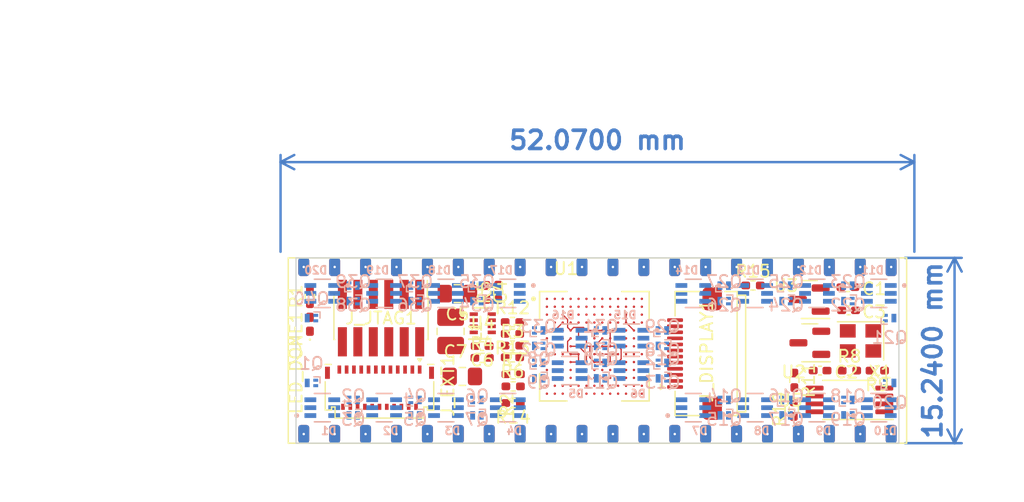
<source format=kicad_pcb>
(kicad_pcb (version 20211014) (generator pcbnew)
  (layers (0 "F.Cu" signal) (1 "In1.Cu" signal) (2 "In2.Cu" signal) (31 "B.Cu" signal) (34 "B.Paste" user) (35 "F.Paste" user) (36 "B.SilkS" user "B.Silkscreen") (37 "F.SilkS" user "F.Silkscreen") (38 "B.Mask" user) (39 "F.Mask" user) (44 "Edge.Cuts" user))
  (net 0 "")
  (net 1 "GND")
  (net 2 "/PIN1")
  (net 3 "LINE")
  (net 4 "/PIN2")
  (net 5 "+5V")
  (net 6 "/PIN3")
  (net 7 "/PIN4")
  (net 8 "/PIN5")
  (net 9 "/PIN6")
  (net 10 "/PIN7")
  (net 11 "/PIN8")
  (net 12 "/PIN9")
  (net 13 "/PIN10")
  (net 14 "/PIN11")
  (net 15 "/PIN12")
  (net 16 "/PIN13")
  (net 17 "/PIN14")
  (net 18 "/PIN15")
  (net 19 "/PIN16")
  (net 20 "/PIN17")
  (net 21 "/PIN18")
  (net 22 "/PIN19")
  (net 23 "/PIN20")
  (net 24 "/PIN21")
  (net 25 "/PIN22")
  (net 26 "/PIN23")
  (net 27 "/PIN24")
  (net 28 "/PIN25")
  (net 29 "/PIN26")
  (net 30 "/PIN27")
  (net 31 "/PIN28")
  (net 32 "/PIN29")
  (net 33 "/PIN30")
  (net 34 "/PIN31")
  (net 35 "/PIN32")
  (net 36 "/PIN33")
  (net 37 "/PIN34")
  (net 38 "/PIN35")
  (net 39 "/PIN36")
  (net 40 "/PIN37")
  (net 41 "/PIN38")
  (net 42 "/PIN39")
  (net 43 "/PIN40")
  (net 44 "/JTAG_SEL_N")
  (net 45 "+3V3")
  (net 46 "+1V2")
  (net 47 "/SER_RXD")
  (net 48 "/SER_TXD")
  (net 49 "/JTAG_TMS")
  (net 50 "/JTAG_TCK")
  (net 51 "/JTAG_TDO")
  (net 52 "/JTAG_RST")
  (net 53 "/JTAG_TDI")
  (net 54 "/LCD_D_nC")
  (net 55 "/LCD_RST_N")
  (net 56 "/LCD_CS_N")
  (net 57 "/PIN1_F")
  (net 58 "/PIN2_F")
  (net 59 "/PIN3_F")
  (net 60 "/PIN4_F")
  (net 61 "/PIN5_F")
  (net 62 "/PIN6_F")
  (net 63 "/PIN7_F")
  (net 64 "/PIN8_F")
  (net 65 "/PIN9_F")
  (net 66 "/PIN10_F")
  (net 67 "/PIN11_F")
  (net 68 "/PIN12_F")
  (net 69 "/PIN13_F")
  (net 70 "/PIN14_F")
  (net 71 "/PIN15_F")
  (net 72 "/PIN16_F")
  (net 73 "/PIN17_F")
  (net 74 "/PIN18_F")
  (net 75 "/PIN19_F")
  (net 76 "/PIN21_F")
  (net 77 "/PIN22_F")
  (net 78 "/PIN23_F")
  (net 79 "/PIN24_F")
  (net 80 "/PIN25_F")
  (net 81 "/PIN26_F")
  (net 82 "/PIN27_F")
  (net 83 "/PIN28_F")
  (net 84 "/PIN29_F")
  (net 85 "/PIN30_F")
  (net 86 "/PIN31_F")
  (net 87 "/PIN32_F")
  (net 88 "/PIN33_F")
  (net 89 "/PIN34_F")
  (net 90 "/PIN35_F")
  (net 91 "/PIN36_F")
  (net 92 "/PIN37_F")
  (net 93 "/PIN38_F")
  (net 94 "/PIN39_F")
  (net 95 "/PIN40_F")
  (net 96 "/PIN20_F")
  (net 98 "/IO1A")
  (net 99 "/IO1B")
  (net 100 "/IO2A")
  (net 101 "/IO2B")
  (net 102 "/IO3A")
  (net 103 "/IO3B")
  (net 104 "/IO4A")
  (net 105 "/IO4B")
  (net 106 "/IO5A")
  (net 107 "/IO5B")
  (net 108 "/IO6A")
  (net 109 "/IO6B")
  (net 110 "/SPI_MOSI")
  (net 111 "/SPI_CLK")
  (net 112 "/CLK1")
  (net 113 "/FLASH_IO3")
  (net 114 "/FLASH_IO2")
  (net 115 "/FLASH_CS_N")
  (net 116 "Net-(LED_DONE1-Pad2)")
  (net 117 "/FLASH_MISO_IO1")
  (net 118 "Net-(C6-Pad1)")
  (net 119 "Net-(C6-Pad2)")
  (net 120 "Net-(R4-Pad2)")
  (net 165 "Net-(U1-PadC2)")
  (net 166 "Net-(U1-PadL2)")
  (net 167 "Net-(U1-PadD2)")
  (net 168 "Net-(U1-PadN4)")
  (net 169 "Net-(U1-PadG13)")
  (net 170 "/IO7A")
  (net 171 "/IO7B")
  (net 172 "/CRESET_N")
  (footprint "Capacitor_SMD:C_0402_1005Metric_Pad0.74x0.62mm_HandSolder" (layer "F.Cu") (at 169.799 90.043)
    (fp_text reference "C1")
    (fp_text value "0.1u")
  )
  (footprint "LED_SMD:LED_0402_1005Metric_Pad0.77x0.64mm_HandSolder" (layer "F.Cu") (at 125.603 93.091 90)
    (fp_text reference "LED_DONE1")
    (fp_text value "LED")
  )
  (footprint "Resistor_SMD:R_0402_1005Metric_Pad0.72x0.64mm_HandSolder" (layer "F.Cu") (at 165.4 97.7 -90)
    (fp_text reference "R11")
    (fp_text value "1k")
  )
  (footprint "Inductor_SMD:L_1008_2520Metric_Pad1.43x2.20mm_HandSolder" (layer "F.Cu") (at 137.16 93.6752 -90)
    (fp_text reference "L1")
    (fp_text value "2.2uH")
  )
  (footprint "Resistor_SMD:R_0402_1005Metric_Pad0.72x0.64mm_HandSolder" (layer "F.Cu") (at 142.24 94.8436)
    (fp_text reference "R3")
    (fp_text value "10k")
  )
  (footprint "Connector_PinHeader_1.27mm:PinHeader_2x06_P1.27mm_Vertical_SMD" (layer "F.Cu") (at 131.445 92.583 -90)
    (fp_text reference "J_JTAG1")
    (fp_text value "Conn_02x06_Odd_Even")
  )
  (footprint "Capacitor_SMD:C_0402_1005Metric_Pad0.74x0.62mm_HandSolder" (layer "F.Cu") (at 140.1064 90.4689 -90)
    (fp_text reference "C4")
    (fp_text value "0.1u")
  )
  (footprint "Capacitor_SMD:C_0402_1005Metric_Pad0.74x0.62mm_HandSolder" (layer "F.Cu") (at 167.513 96.901 180)
    (fp_text reference "C2")
    (fp_text value "0.1u")
  )
  (footprint "Capacitor_SMD:C_0805_2012Metric_Pad1.18x1.45mm_HandSolder" (layer "F.Cu") (at 138.1252 97.3836)
    (fp_text reference "C7")
    (fp_text value "22u")
  )
  (footprint "Resistor_SMD:R_0402_1005Metric_Pad0.72x0.64mm_HandSolder" (layer "F.Cu") (at 142.3 98.2)
    (fp_text reference "R2")
    (fp_text value "10k")
  )
  (footprint "Resistor_SMD:R_0402_1005Metric_Pad0.72x0.64mm_HandSolder" (layer "F.Cu") (at 142.24 93.8784 180)
    (fp_text reference "R13")
    (fp_text value "10k")
  )
  (footprint "UNIC:Oscillator_SMD_Abracon_ASE-4Pin_3.2x2.5mm" (layer "F.Cu") (at 170.839 94.46 180)
    (fp_text reference "X1")
    (fp_text value "ASE-xxxMHz")
  )
  (footprint "UNIC:CFAL12832C-0091B-W_A" (layer "F.Cu") (at 151.003 93.246)
    (fp_text reference "DISPLAY1" hide)
    (fp_text value "Housing")
  )
  (footprint "Resistor_SMD:R_0402_1005Metric_Pad0.72x0.64mm_HandSolder" (layer "F.Cu") (at 169.926 96.901)
    (fp_text reference "R8")
    (fp_text value "10k")
  )
  (footprint "Resistor_SMD:R_0402_1005Metric_Pad0.72x0.64mm_HandSolder" (layer "F.Cu") (at 141.0716 90.4689 90)
    (fp_text reference "R5")
    (fp_text value "10k")
  )
  (footprint "UNIC:SOT-583" (layer "F.Cu") (at 139.8016 93.0089)
    (fp_text reference "U4")
    (fp_text value "TPS563211DRLR")
  )
  (footprint "Capacitor_SMD:C_0402_1005Metric_Pad0.74x0.62mm_HandSolder" (layer "F.Cu") (at 169.8585 91.948)
    (fp_text reference "C3")
    (fp_text value "0.1u")
  )
  (footprint "Resistor_SMD:R_0402_1005Metric_Pad0.72x0.64mm_HandSolder" (layer "F.Cu") (at 142.3 97.2)
    (fp_text reference "R7")
    (fp_text value "10k")
  )
  (footprint "UNIC:DIP-40_pin_header" (layer "F.Cu") (at 149.225 95.25 90)
    (fp_text reference "SOCKET1" hide)
    (fp_text value "Conn_02x20_Counter_Clockwise")
  )
  (footprint "Resistor_SMD:R_0402_1005Metric_Pad0.72x0.64mm_HandSolder" (layer "F.Cu") (at 162.0025 89.9)
    (fp_text reference "R15")
    (fp_text value "10k")
  )
  (footprint "Package_TO_SOT_SMD:SOT-23" (layer "F.Cu") (at 166.6725 94.615 180)
    (fp_text reference "U2")
    (fp_text value "LM3480-3.3")
  )
  (footprint "Package_TO_SOT_SMD:SOT-23" (layer "F.Cu") (at 166.624 91.059 180)
    (fp_text reference "U3")
    (fp_text value "LM3480-5.0")
  )
  (footprint "Resistor_SMD:R_0402_1005Metric_Pad0.72x0.64mm_HandSolder" (layer "F.Cu") (at 142.24 92.9132)
    (fp_text reference "R12")
    (fp_text value "NDP")
  )
  (footprint "Capacitor_SMD:C_0402_1005Metric_Pad0.74x0.62mm_HandSolder" (layer "F.Cu") (at 139.7508 94.8885 180)
    (fp_text reference "C6")
    (fp_text value "0.1u")
  )
  (footprint "Resistor_SMD:R_0402_1005Metric_Pad0.72x0.64mm_HandSolder" (layer "F.Cu") (at 142.2908 99.568 180)
    (fp_text reference "R14")
    (fp_text value "12k 1%")
  )
  (footprint "Resistor_SMD:R_0402_1005Metric_Pad0.72x0.64mm_HandSolder" (layer "F.Cu") (at 165.354 100.076 90)
    (fp_text reference "R10")
    (fp_text value "10k")
  )
  (footprint "UNIC:CFAL12832C-0091B-W_A" (layer "F.Cu") (at 150.3 78.7)
    (fp_text reference "DISPLAY1" hide)
    (fp_text value "Housing")
  )
  (footprint "Capacitor_SMD:C_0805_2012Metric_Pad1.18x1.45mm_HandSolder" (layer "F.Cu") (at 137.7188 90.5705 180)
    (fp_text reference "C5")
    (fp_text value "22u")
  )
  (footprint "UNIC:BGA169C65P13X13_900X900X100" (layer "F.Cu") (at 148.971 94.9)
    (fp_text reference "U1")
    (fp_text value "T13F169C3")
  )
  (footprint "Resistor_SMD:R_0402_1005Metric_Pad0.72x0.64mm_HandSolder" (layer "F.Cu") (at 125.603 90.805 -90)
    (fp_text reference "R1")
    (fp_text value "220")
  )
  (footprint "Resistor_SMD:R_0402_1005Metric_Pad0.72x0.64mm_HandSolder" (layer "F.Cu") (at 139.7508 95.8537)
    (fp_text reference "R4")
    (fp_text value "10k")
  )
  (footprint "Package_SO:TSSOP-8_4.4x3mm_P0.65mm" (layer "F.Cu") (at 169.926 99.314 180)
    (fp_text reference "U5")
    (fp_text value "AT25SF081-XMHF-X")
  )
  (footprint "UNIC:CF31121D0R0-05-NH" (layer "F.Cu") (at 155.6 95.5 90)
    (fp_text reference "J_DISPLAY1")
    (fp_text value "Conn_01x12_MountingPin")
  )
  (footprint "UNIC:Molex_502598-2393_2Rows-23Pins-1MP_P0.60mm_Horizontal" (layer "F.Cu") (at 131.318 98.215566 -90)
    (fp_text reference "J_EXT1")
    (fp_text value "Conn_01x23_MountingPin")
  )
  (footprint "Resistor_SMD:R_0402_1005Metric_Pad0.72x0.64mm_HandSolder" (layer "F.Cu") (at 172.212 96.901 180)
    (fp_text reference "R9")
    (fp_text value "10k")
  )
  (footprint "Resistor_SMD:R_0402_1005Metric_Pad0.72x0.64mm_HandSolder" (layer "F.Cu") (at 142.24 95.8088 180)
    (fp_text reference "R6")
    (fp_text value "10k")
  )
  (footprint "Package_DFN_QFN:Diodes_DFN1006-3" (layer "B.Cu") (at 159.639 91.186 180)
    (fp_text reference "Q27")
    (fp_text value "2N7002")
  )
  (footprint "Package_DFN_QFN:Diodes_DFN1006-3" (layer "B.Cu") (at 139.319 100.584 180)
    (fp_text reference "Q6")
    (fp_text value "2N7002")
  )
  (footprint "UNIC:SOT65P210X110-6N" (layer "B.Cu") (at 172.339 99.949)
    (fp_text reference "D10")
    (fp_text value "BAT54SDW-7-F")
  )
  (footprint "UNIC:SOT65P210X110-6N" (layer "B.Cu") (at 136.779 99.949)
    (fp_text reference "D3")
    (fp_text value "BAT54SDW-7-F")
  )
  (footprint "UNIC:SOT65P210X110-6N" (layer "B.Cu") (at 162.179 90.551 180)
    (fp_text reference "D13")
    (fp_text value "BAT54SDW-7-F")
  )
  (footprint "Package_DFN_QFN:Diodes_DFN1006-3" (layer "B.Cu") (at 129.159 91.186 180)
    (fp_text reference "Q39")
    (fp_text value "2N7002")
  )
  (footprint "Package_DFN_QFN:Diodes_DFN1006-3" (layer "B.Cu") (at 129.159 99.314)
    (fp_text reference "Q3")
    (fp_text value "2N7002")
  )
  (footprint "Package_DFN_QFN:Diodes_DFN1006-3" (layer "B.Cu") (at 139.319 91.186 180)
    (fp_text reference "Q35")
    (fp_text value "2N7002")
  )
  (footprint "Package_DFN_QFN:Diodes_DFN1006-3" (layer "B.Cu") (at 164.719 100.584 180)
    (fp_text reference "Q16")
    (fp_text value "2N7002")
  )
  (footprint "Package_DFN_QFN:Diodes_DFN1006-3" (layer "B.Cu") (at 139.319 89.916)
    (fp_text reference "Q34")
    (fp_text value "2N7002")
  )
  (footprint "Package_DFN_QFN:Diodes_DFN1006-3" (layer "B.Cu") (at 154.559 97.536 180)
    (fp_text reference "Q12")
    (fp_text value "2N7002")
  )
  (footprint "Package_DFN_QFN:Diodes_DFN1006-3" (layer "B.Cu") (at 159.639 100.584 180)
    (fp_text reference "Q14")
    (fp_text value "2N7002")
  )
  (footprint "Package_DFN_QFN:Diodes_DFN1006-3" (layer "B.Cu") (at 173.228 92.583)
    (fp_text reference "Q21")
    (fp_text value "2N7002")
  )
  (footprint "UNIC:SOT65P210X110-6N" (layer "B.Cu") (at 146.939 94.234 180)
    (fp_text reference "D16")
    (fp_text value "BAT54SDW-7-F")
  )
  (footprint "UNIC:SOT65P210X110-6N" (layer "B.Cu") (at 131.699 90.551 180)
    (fp_text reference "D19")
    (fp_text value "BAT54SDW-7-F")
  )
  (footprint "Package_DFN_QFN:Diodes_DFN1006-3" (layer "B.Cu") (at 169.799 100.584 180)
    (fp_text reference "Q18")
    (fp_text value "2N7002")
  )
  (footprint "Package_DFN_QFN:Diodes_DFN1006-3" (layer "B.Cu") (at 134.239 100.584 180)
    (fp_text reference "Q4")
    (fp_text value "2N7002")
  )
  (footprint "Package_DFN_QFN:Diodes_DFN1006-3" (layer "B.Cu") (at 129.159 89.916)
    (fp_text reference "Q38")
    (fp_text value "2N7002")
  )
  (footprint "Package_DFN_QFN:Diodes_DFN1006-3" (layer "B.Cu") (at 159.639 99.314)
    (fp_text reference "Q15")
    (fp_text value "2N7002")
  )
  (footprint "Package_DFN_QFN:Diodes_DFN1006-3" (layer "B.Cu") (at 144.399 93.599)
    (fp_text reference "Q32")
    (fp_text value "2N7002")
  )
  (footprint "Package_DFN_QFN:Diodes_DFN1006-3" (layer "B.Cu") (at 139.319 99.314)
    (fp_text reference "Q7")
    (fp_text value "2N7002")
  )
  (footprint "Package_DFN_QFN:Diodes_DFN1006-3" (layer "B.Cu") (at 134.239 89.916)
    (fp_text reference "Q36")
    (fp_text value "2N7002")
  )
  (footprint "UNIC:SOT65P210X110-6N" (layer "B.Cu") (at 146.939 96.901)
    (fp_text reference "D5")
    (fp_text value "BAT54SDW-7-F")
  )
  (footprint "Package_DFN_QFN:Diodes_DFN1006-3" (layer "B.Cu") (at 125.73 92.583 180)
    (fp_text reference "Q40")
    (fp_text value "2N7002")
  )
  (footprint "Package_DFN_QFN:Diodes_DFN1006-3" (layer "B.Cu") (at 125.73 97.917 180)
    (fp_text reference "Q1")
    (fp_text value "2N7002")
  )
  (footprint "UNIC:SOT65P210X110-6N" (layer "B.Cu") (at 157.099 99.949)
    (fp_text reference "D7")
    (fp_text value "BAT54SDW-7-F")
  )
  (footprint "Package_DFN_QFN:Diodes_DFN1006-3" (layer "B.Cu") (at 173.228 97.917)
    (fp_text reference "Q20")
    (fp_text value "2N7002")
  )
  (footprint "Package_DFN_QFN:Diodes_DFN1006-3" (layer "B.Cu") (at 149.479 94.869 180)
    (fp_text reference "Q31")
    (fp_text value "2N7002")
  )
  (footprint "Package_DFN_QFN:Diodes_DFN1006-3" (layer "B.Cu") (at 169.799 99.314)
    (fp_text reference "Q19")
    (fp_text value "2N7002")
  )
  (footprint "UNIC:SOT65P210X110-6N" (layer "B.Cu") (at 152.019 94.234 180)
    (fp_text reference "D15")
    (fp_text value "BAT54SDW-7-F")
  )
  (footprint "UNIC:SOT65P210X110-6N" (layer "B.Cu") (at 141.859 99.949)
    (fp_text reference "D4")
    (fp_text value "BAT54SDW-7-F")
  )
  (footprint "UNIC:SOT65P210X110-6N" (layer "B.Cu") (at 157.099 90.551 180)
    (fp_text reference "D14")
    (fp_text value "BAT54SDW-7-F")
  )
  (footprint "UNIC:SOT65P210X110-6N" (layer "B.Cu") (at 167.259 99.949)
    (fp_text reference "D9")
    (fp_text value "BAT54SDW-7-F")
  )
  (footprint "UNIC:SOT65P210X110-6N" (layer "B.Cu") (at 136.779 90.551 180)
    (fp_text reference "D18")
    (fp_text value "BAT54SDW-7-F")
  )
  (footprint "UNIC:SOT65P210X110-6N" (layer "B.Cu") (at 126.619 90.551 180)
    (fp_text reference "D20")
    (fp_text value "BAT54SDW-7-F")
  )
  (footprint "UNIC:SOT65P210X110-6N" (layer "B.Cu") (at 162.179 99.949)
    (fp_text reference "D8")
    (fp_text value "BAT54SDW-7-F")
  )
  (footprint "UNIC:SOT65P210X110-6N" (layer "B.Cu") (at 167.259 90.551 180)
    (fp_text reference "D12")
    (fp_text value "BAT54SDW-7-F")
  )
  (footprint "UNIC:SOT65P210X110-6N" (layer "B.Cu") (at 141.859 90.551 180)
    (fp_text reference "D17")
    (fp_text value "BAT54SDW-7-F")
  )
  (footprint "Package_DFN_QFN:Diodes_DFN1006-3" (layer "B.Cu") (at 164.719 89.916)
    (fp_text reference "Q24")
    (fp_text value "2N7002")
  )
  (footprint "UNIC:SOT65P210X110-6N" (layer "B.Cu") (at 172.339 90.551 180)
    (fp_text reference "D11")
    (fp_text value "BAT54SDW-7-F")
  )
  (footprint "UNIC:SOT65P210X110-6N" (layer "B.Cu") (at 126.619 99.949)
    (fp_text reference "D1")
    (fp_text value "BAT54SDW-7-F")
  )
  (footprint "UNIC:SOT65P210X110-6N" (layer "B.Cu") (at 152.019 96.901)
    (fp_text reference "D6")
    (fp_text value "BAT54SDW-7-F")
  )
  (footprint "Package_DFN_QFN:Diodes_DFN1006-3" (layer "B.Cu") (at 154.559 93.599)
    (fp_text reference "Q28")
    (fp_text value "2N7002")
  )
  (footprint "UNIC:SOT65P210X110-6N" (layer "B.Cu") (at 131.699 99.949)
    (fp_text reference "D2")
    (fp_text value "BAT54SDW-7-F")
  )
  (footprint "Package_DFN_QFN:Diodes_DFN1006-3" (layer "B.Cu") (at 169.799 89.916)
    (fp_text reference "Q22")
    (fp_text value "2N7002")
  )
  (footprint "Package_DFN_QFN:Diodes_DFN1006-3" (layer "B.Cu") (at 144.399 97.536 180)
    (fp_text reference "Q8")
    (fp_text value "2N7002")
  )
  (footprint "Package_DFN_QFN:Diodes_DFN1006-3" (layer "B.Cu") (at 134.239 91.186 180)
    (fp_text reference "Q37")
    (fp_text value "2N7002")
  )
  (footprint "Package_DFN_QFN:Diodes_DFN1006-3" (layer "B.Cu") (at 164.719 99.314)
    (fp_text reference "Q17")
    (fp_text value "2N7002")
  )
  (footprint "Package_DFN_QFN:Diodes_DFN1006-3" (layer "B.Cu") (at 154.559 96.266)
    (fp_text reference "Q13")
    (fp_text value "2N7002")
  )
  (footprint "Package_DFN_QFN:Diodes_DFN1006-3" (layer "B.Cu") (at 154.559 94.869 180)
    (fp_text reference "Q29")
    (fp_text value "2N7002")
  )
  (footprint "Package_DFN_QFN:Diodes_DFN1006-3" (layer "B.Cu") (at 149.479 96.266)
    (fp_text reference "Q11")
    (fp_text value "2N7002")
  )
  (footprint "Package_DFN_QFN:Diodes_DFN1006-3" (layer "B.Cu") (at 149.479 93.599)
    (fp_text reference "Q30")
    (fp_text value "2N7002")
  )
  (footprint "Package_DFN_QFN:Diodes_DFN1006-3" (layer "B.Cu") (at 159.639 89.916)
    (fp_text reference "Q26")
    (fp_text value "2N7002")
  )
  (footprint "Package_DFN_QFN:Diodes_DFN1006-3" (layer "B.Cu") (at 144.399 96.266)
    (fp_text reference "Q9")
    (fp_text value "2N7002")
  )
  (footprint "Package_DFN_QFN:Diodes_DFN1006-3" (layer "B.Cu") (at 164.719 91.186 180)
    (fp_text reference "Q25")
    (fp_text value "2N7002")
  )
  (footprint "Package_DFN_QFN:Diodes_DFN1006-3" (layer "B.Cu") (at 169.799 91.186 180)
    (fp_text reference "Q23")
    (fp_text value "2N7002")
  )
  (footprint "Package_DFN_QFN:Diodes_DFN1006-3" (layer "B.Cu") (at 134.239 99.314)
    (fp_text reference "Q5")
    (fp_text value "2N7002")
  )
  (footprint "Package_DFN_QFN:Diodes_DFN1006-3" (layer "B.Cu") (at 144.399 94.869 180)
    (fp_text reference "Q33")
    (fp_text value "2N7002")
  )
  (footprint "Package_DFN_QFN:Diodes_DFN1006-3" (layer "B.Cu") (at 149.479 97.536 180)
    (fp_text reference "Q10")
    (fp_text value "2N7002")
  )
  (footprint "Package_DFN_QFN:Diodes_DFN1006-3" (layer "B.Cu") (at 129.159 100.584 180)
    (fp_text reference "Q2")
    (fp_text value "2N7002")
  )
  (gr_line (start 173.99 87.63) (end 124.46 87.63) (layer "Edge.Cuts") (width 0.1))
  (gr_line (start 124.46 102.87) (end 173.99 102.87) (layer "Edge.Cuts") (width 0.1))
  (gr_line (start 124.46 87.63) (end 124.46 102.87) (layer "Edge.Cuts") (width 0.1))
  (gr_line (start 173.99 102.87) (end 173.99 87.63) (layer "Edge.Cuts") (width 0.1))
  (dimension (type orthogonal) (layer "B.Cu") (pts (xy 173.99 102.87) (xy 173.99 87.63)) (height 4.572) (orientation 1) (gr_text "15.2400 mm" (at 176.762 95.25 90) (layer "B.Cu") (effects (font (size 1.5 1.5) (thickness 0.3)))) (format (units 3) (units_format 1) (precision 4)) (style (thickness 0.2) (arrow_length 1.27) (text_position_mode 0) (extension_height 0.58642) (extension_offset 0.5) keep_text_aligned))
  (dimension (type orthogonal) (layer "B.Cu") (pts (xy 175.26 87.63) (xy 123.19 87.63)) (height -7.874) (orientation 0) (gr_text "52.0700 mm" (at 149.225 77.956) (layer "B.Cu") (effects (font (size 1.5 1.5) (thickness 0.3)))) (format (units 3) (units_format 1) (precision 4)) (style (thickness 0.2) (arrow_length 1.27) (text_position_mode 0) (extension_height 0.58642) (extension_offset 0.5) keep_text_aligned))
  (segment (start 148.6 95.829) (end 148.6 94.9) (width 0.1) (layer "F.Cu") (net 1))
  (segment (start 145.721 93.6) (end 146.371 92.95) (width 0.1) (layer "F.Cu") (net 1))
  (segment (start 152.221 93.6) (end 151.571 92.95) (width 0.1) (layer "F.Cu") (net 1))
  (segment (start 148.6 94.9) (end 148.321 94.9) (width 0.1) (layer "F.Cu") (net 1))
  (segment (start 148.321 94.25) (end 147.671 94.25) (width 0.1) (layer "F.Cu") (net 1))
  (segment (start 147.671 94.25) (end 147.671 93.6) (width 0.1) (layer "F.Cu") (net 1))
  (segment (start 151.571 92.95) (end 151.571 92.3) (width 0.1) (layer "F.Cu") (net 1))
  (segment (start 148.971 94.9) (end 148.6 94.9) (width 0.1) (layer "F.Cu") (net 1))
  (segment (start 149.621 94.25) (end 148.971 94.9) (width 0.1) (layer "F.Cu") (net 1))
  (segment (start 148.971 96.2) (end 149.621 96.2) (width 0.1) (layer "F.Cu") (net 1))
  (segment (start 148.321 94.25) (end 148.321 94.9) (width 0.1) (layer "F.Cu") (net 1))
  (segment (start 148.971 96.2) (end 148.6 95.829) (width 0.1) (layer "F.Cu") (net 1))
  (segment (start 147.671 95.55) (end 147.671 96.2) (width 0.1) (layer "F.Cu") (net 45))
  (segment (start 150.271 96.2) (end 150.271 95.55) (width 0.1) (layer "F.Cu") (net 45))
  (segment (start 146.771489 95.300489) (end 147.021 95.55) (width 0.1) (layer "F.Cu") (net 45))
  (segment (start 150.921 95.55) (end 150.271 95.55) (width 0.1) (layer "F.Cu") (net 45))
  (segment (start 147.021 96.2) (end 147.671 96.2) (width 0.1) (layer "F.Cu") (net 45))
  (segment (start 150.271 95.55) (end 148.971 95.55) (width 0.1) (layer "F.Cu") (net 45))
  (segment (start 146.771489 94.499511) (end 146.771489 95.300489) (width 0.1) (layer "F.Cu") (net 45))
  (segment (start 147.671 95.55) (end 147.021 95.55) (width 0.1) (layer "F.Cu") (net 45))
  (segment (start 147.021 94.25) (end 146.771489 94.499511) (width 0.1) (layer "F.Cu") (net 45))
  (segment (start 148.321 96.2) (end 148.321 95.55) (width 0.1) (layer "F.Cu") (net 46))
  (segment (start 147.671 94.9) (end 148.321 95.55) (width 0.1) (layer "F.Cu") (net 46))
  (segment (start 147.021 93.6) (end 147.270511 93.350489) (width 0.1) (layer "F.Cu") (net 46))
  (segment (start 148.071489 93.350489) (end 148.321 93.6) (width 0.1) (layer "F.Cu") (net 46))
  (segment (start 148.971 94.25) (end 148.971 93.6) (width 0.1) (layer "F.Cu") (net 46))
  (segment (start 148.321 93.6) (end 150.921 93.6) (width 0.1) (layer "F.Cu") (net 46))
  (segment (start 147.270511 93.350489) (end 148.071489 93.350489) (width 0.1) (layer "F.Cu") (net 46))
  (segment (start 146.371 92.3) (end 146.771489 92.700489) (width 0.1) (layer "F.Cu") (net 46))
  (segment (start 151.170511 95.950489) (end 151.170511 95.149511) (width 0.1) (layer "F.Cu") (net 46))
  (segment (start 150.921 94.9) (end 149.621 94.9) (width 0.1) (layer "F.Cu") (net 46))
  (segment (start 146.771489 93.350489) (end 147.021 93.6) (width 0.1) (layer "F.Cu") (net 46))
  (segment (start 150.271 93.6) (end 150.271 94.9) (width 0.1) (layer "F.Cu") (net 46))
  (segment (start 147.021 94.9) (end 147.671 94.9) (width 0.1) (layer "F.Cu") (net 46))
  (segment (start 150.921 96.2) (end 151.170511 95.950489) (width 0.1) (layer "F.Cu") (net 46))
  (segment (start 146.771489 92.700489) (end 146.771489 93.350489) (width 0.1) (layer "F.Cu") (net 46))
  (segment (start 151.170511 95.149511) (end 150.921 94.9) (width 0.1) (layer "F.Cu") (net 46))
)
</source>
